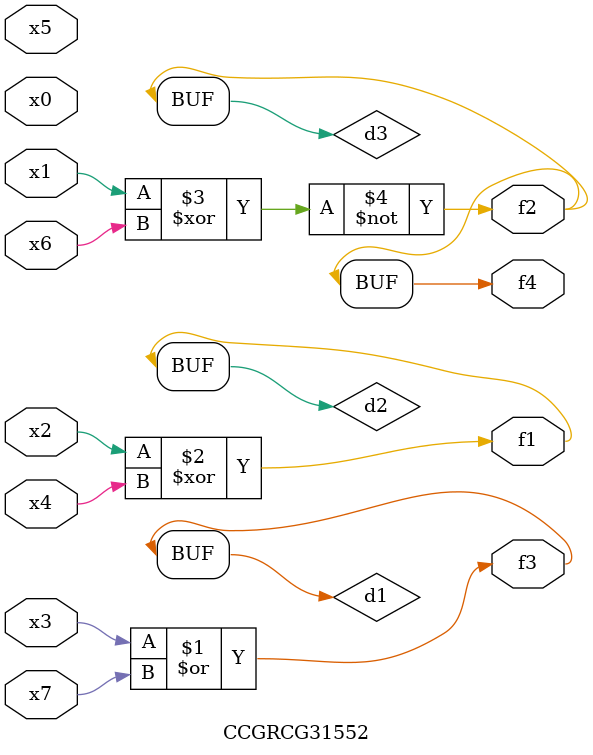
<source format=v>
module CCGRCG31552(
	input x0, x1, x2, x3, x4, x5, x6, x7,
	output f1, f2, f3, f4
);

	wire d1, d2, d3;

	or (d1, x3, x7);
	xor (d2, x2, x4);
	xnor (d3, x1, x6);
	assign f1 = d2;
	assign f2 = d3;
	assign f3 = d1;
	assign f4 = d3;
endmodule

</source>
